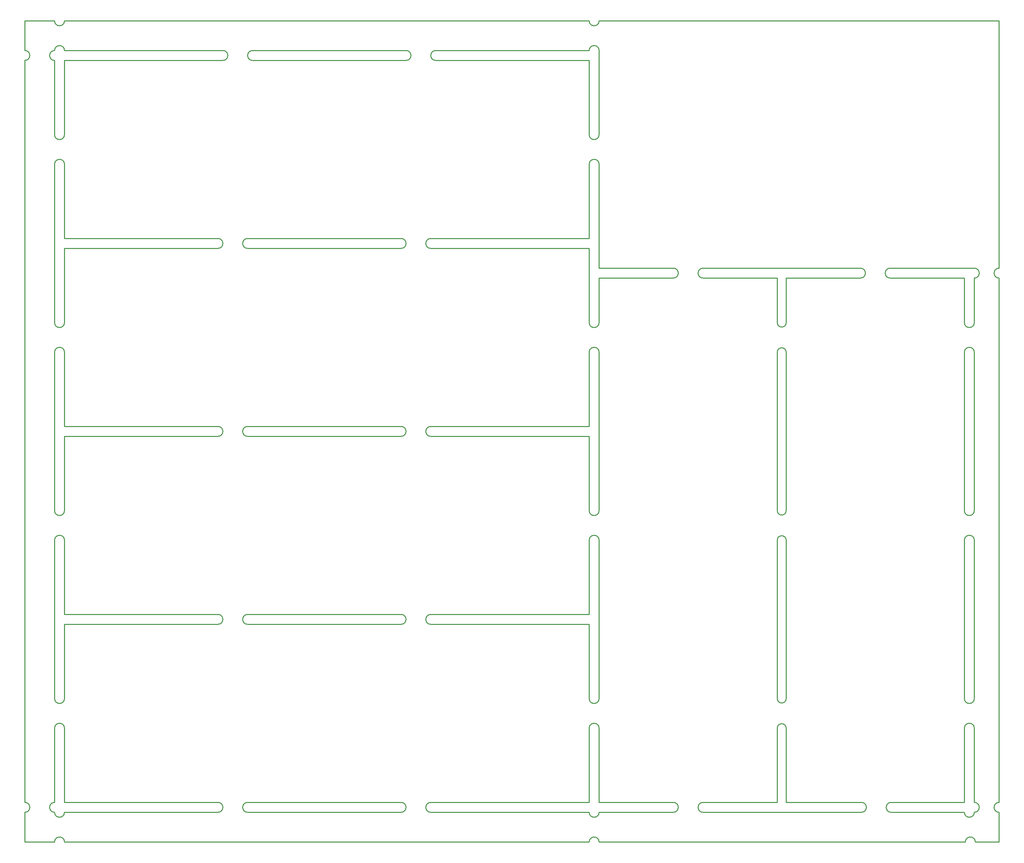
<source format=gm1>
G04*
G04 #@! TF.GenerationSoftware,Altium Limited,Altium Designer,21.8.1 (53)*
G04*
G04 Layer_Color=16711935*
%FSLAX44Y44*%
%MOMM*%
G71*
G04*
G04 #@! TF.SameCoordinates,EA1F17BB-6109-422B-8DE2-DB4FFD1B2ED1*
G04*
G04*
G04 #@! TF.FilePolarity,Positive*
G04*
G01*
G75*
%ADD12C,0.2540*%
D12*
X2435860Y76200D02*
G03*
X2435860Y101600I0J12700D01*
G01*
X2499360D02*
G03*
X2499360Y76200I0J-12700D01*
G01*
X2410460Y76200D02*
G03*
X2435860Y76200I12700J0D01*
G01*
X2219960Y1473200D02*
G03*
X2219960Y1447800I0J-12700D01*
G01*
X2143760D02*
G03*
X2143760Y1473200I0J12700D01*
G01*
X1739900D02*
G03*
X1739900Y1447800I0J-12700D01*
G01*
X1663700D02*
G03*
X1663700Y1473200I0J12700D01*
G01*
X1953260Y1257300D02*
G03*
X1930400Y1257300I-11430J0D01*
G01*
Y1333500D02*
G03*
X1953260Y1333500I11430J0D01*
G01*
Y774700D02*
G03*
X1930400Y774700I-11430J0D01*
G01*
Y850900D02*
G03*
X1953260Y850900I11430J0D01*
G01*
X1930400Y368300D02*
G03*
X1953260Y368300I11430J0D01*
G01*
X2410460D02*
G03*
X2435860Y368300I12700J0D01*
G01*
X2435860Y774700D02*
G03*
X2410460Y774700I-12700J0D01*
G01*
X2435860Y292100D02*
G03*
X2410460Y292100I-12700J0D01*
G01*
Y850900D02*
G03*
X2435860Y850900I12700J0D01*
G01*
X2435860Y1257300D02*
G03*
X2410460Y1257300I-12700J0D01*
G01*
X2410460Y1333500D02*
G03*
X2435860Y1333500I12700J0D01*
G01*
X1953260Y292100D02*
G03*
X1930400Y292100I-11430J0D01*
G01*
X2222500Y101600D02*
G03*
X2222500Y76200I0J-12700D01*
G01*
X2146300D02*
G03*
X2146300Y101600I0J12700D01*
G01*
X1739900D02*
G03*
X1739900Y76200I0J-12700D01*
G01*
X1663700D02*
G03*
X1663700Y101600I0J12700D01*
G01*
X2499360Y1473200D02*
G03*
X2499360Y1447800I0J-12700D01*
G01*
X2435860D02*
G03*
X2435860Y1473200I0J12700D01*
G01*
X0Y2006600D02*
G03*
X0Y2032000I0J12700D01*
G01*
X76200D02*
G03*
X76200Y2006600I0J-12700D01*
G01*
Y101600D02*
G03*
X76200Y76200I0J-12700D01*
G01*
X0D02*
G03*
X0Y101600I0J12700D01*
G01*
X495300Y1524000D02*
G03*
X495300Y1549400I0J12700D01*
G01*
X571500D02*
G03*
X571500Y1524000I0J-12700D01*
G01*
X965200D02*
G03*
X965200Y1549400I0J12700D01*
G01*
X1041400D02*
G03*
X1041400Y1524000I0J-12700D01*
G01*
X495300Y1041400D02*
G03*
X495300Y1066800I0J12700D01*
G01*
X571500D02*
G03*
X571500Y1041400I0J-12700D01*
G01*
X965200D02*
G03*
X965200Y1066800I0J12700D01*
G01*
X1041400D02*
G03*
X1041400Y1041400I0J-12700D01*
G01*
X495300Y558800D02*
G03*
X495300Y584200I0J12700D01*
G01*
X571500D02*
G03*
X571500Y558800I0J-12700D01*
G01*
X965200D02*
G03*
X965200Y584200I0J12700D01*
G01*
X1041400D02*
G03*
X1041400Y558800I0J-12700D01*
G01*
X1473200Y1739900D02*
G03*
X1447800Y1739900I-12700J0D01*
G01*
Y1816100D02*
G03*
X1473200Y1816100I12700J0D01*
G01*
X1447800Y2108200D02*
G03*
X1473200Y2108200I12700J0D01*
G01*
Y2032000D02*
G03*
X1447800Y2032000I-12700J0D01*
G01*
X1054100D02*
G03*
X1054100Y2006600I0J-12700D01*
G01*
X977900D02*
G03*
X977900Y2032000I0J12700D01*
G01*
X584200D02*
G03*
X584200Y2006600I0J-12700D01*
G01*
X508000D02*
G03*
X508000Y2032000I0J12700D01*
G01*
X101600Y1739900D02*
G03*
X76200Y1739900I-12700J0D01*
G01*
Y1816100D02*
G03*
X101600Y1816100I12700J0D01*
G01*
X76200Y2108200D02*
G03*
X101600Y2108200I12700J0D01*
G01*
Y2032000D02*
G03*
X76200Y2032000I-12700J0D01*
G01*
X2438400Y0D02*
G03*
X2413000Y0I-12700J0D01*
G01*
X1447800Y76200D02*
G03*
X1473200Y76200I12700J0D01*
G01*
Y0D02*
G03*
X1447800Y0I-12700J0D01*
G01*
Y1333500D02*
G03*
X1473200Y1333500I12700J0D01*
G01*
Y1257300D02*
G03*
X1447800Y1257300I-12700J0D01*
G01*
Y850900D02*
G03*
X1473200Y850900I12700J0D01*
G01*
Y292100D02*
G03*
X1447800Y292100I-12700J0D01*
G01*
X1473200Y774700D02*
G03*
X1447800Y774700I-12700J0D01*
G01*
Y368300D02*
G03*
X1473200Y368300I12700J0D01*
G01*
X1041400Y101600D02*
G03*
X1041400Y76200I0J-12700D01*
G01*
X965200D02*
G03*
X965200Y101600I0J12700D01*
G01*
X571500D02*
G03*
X571500Y76200I0J-12700D01*
G01*
X495300D02*
G03*
X495300Y101600I0J12700D01*
G01*
X101600Y0D02*
G03*
X76200Y0I-12700J0D01*
G01*
Y76200D02*
G03*
X101600Y76200I12700J0D01*
G01*
Y292100D02*
G03*
X76200Y292100I-12700J0D01*
G01*
X101600Y774700D02*
G03*
X76200Y774700I-12700J0D01*
G01*
Y368300D02*
G03*
X101600Y368300I12700J0D01*
G01*
X76200Y850900D02*
G03*
X101600Y850900I12700J0D01*
G01*
Y1257300D02*
G03*
X76200Y1257300I-12700J0D01*
G01*
Y1333500D02*
G03*
X101600Y1333500I12700J0D01*
G01*
X2435860Y101600D02*
X2435860Y292100D01*
X2499360Y2108200D02*
X2499360Y2108200D01*
X1473200Y2108200D02*
X2499360Y2108200D01*
X2219960Y1473200D02*
X2435860Y1473200D01*
X2219960Y1447800D02*
X2410460D01*
X1953260D02*
X2143760D01*
X1739900Y1473200D02*
X2143760Y1473200D01*
X1739900Y1447800D02*
X1930400D01*
X1473200D02*
X1663700D01*
X1473200Y1473200D02*
X1663700D01*
X1473200D02*
X1473200Y1739900D01*
X1953260Y368300D02*
X1953260Y774700D01*
X2499360Y101600D02*
X2499360Y1447800D01*
X2410460Y774700D02*
X2410460Y368300D01*
Y101600D02*
Y292100D01*
X2410460Y1257300D02*
X2410460Y850900D01*
Y1333500D02*
Y1447800D01*
X2435860Y368300D02*
X2435860Y774700D01*
X2435860Y850900D02*
X2435860Y1257300D01*
X2435860Y1333500D02*
Y1447800D01*
X1930400Y368300D02*
Y774700D01*
Y101600D02*
Y292100D01*
X1953260Y101600D02*
X1953260Y292100D01*
X1930400Y850900D02*
Y1257300D01*
Y1333500D02*
Y1447800D01*
X1953260Y850900D02*
X1953260Y1257300D01*
X1953260Y1333500D02*
X1953260Y1447800D01*
X2222500Y101600D02*
X2410460D01*
X1953260D02*
X2146300D01*
X2222500Y76200D02*
X2410460Y76200D01*
X1739900Y101600D02*
X1930400D01*
X1473200D02*
X1663700D01*
X1473200Y76200D02*
X1663700Y76200D01*
X1739900Y76200D02*
X2146300Y76200D01*
X2499360Y2108200D02*
X2499360Y1473200D01*
X76200Y774700D02*
X76200Y368300D01*
X101600Y0D02*
X1447800D01*
X1473200D02*
X2413000D01*
X2438400D02*
X2499360D01*
Y76200D01*
X101600Y2108200D02*
X1447800D01*
X0D02*
X76200D01*
X0Y2032000D02*
Y2108200D01*
X-0Y2006600D02*
X0Y101600D01*
Y0D02*
Y76200D01*
Y0D02*
X76200D01*
X1473200Y1333500D02*
Y1447800D01*
Y850900D02*
X1473200Y1257300D01*
X101600Y1549400D02*
X495300D01*
X101600Y1524000D02*
X495300D01*
X571500D02*
X965200D01*
X571500Y1549400D02*
X965200D01*
X1041400D02*
X1447800D01*
X1041400Y1524000D02*
X1447800D01*
X101600Y1066800D02*
X495300D01*
X101600Y1041400D02*
X495300D01*
X571500D02*
X965200D01*
X571500Y1066800D02*
X965200D01*
X1041400D02*
X1447800D01*
X1041400Y1041400D02*
X1447800D01*
X101600Y584200D02*
X495300D01*
X101600Y558800D02*
X495300D01*
X571500D02*
X965200D01*
X571500Y584200D02*
X965200D01*
X1041400D02*
X1447800D01*
X1041400Y558800D02*
X1447800D01*
X1473200Y1816100D02*
Y2032000D01*
X1447800Y1816100D02*
X1447800Y2006600D01*
X1054100D02*
X1447800D01*
X1054100Y2032000D02*
X1447800D01*
X584200D02*
X977900D01*
X584200Y2006600D02*
X977900D01*
X101600D02*
X508000D01*
X101600Y2032000D02*
X508000D01*
X101600Y1816100D02*
Y2006600D01*
X76200Y1816100D02*
X76200Y2006600D01*
X1447800Y1549400D02*
Y1739900D01*
Y1333500D02*
Y1524000D01*
Y1066800D02*
Y1257300D01*
Y850900D02*
Y1041400D01*
X1473200Y101600D02*
X1473200Y292100D01*
X1447800Y101600D02*
Y292100D01*
X1473200Y368300D02*
X1473200Y774700D01*
X1447800Y584200D02*
Y774700D01*
Y368300D02*
Y558800D01*
X1041400Y76200D02*
X1447800D01*
X1041400Y101600D02*
X1447800D01*
X571500D02*
X965200D01*
X571500Y76200D02*
X965200D01*
X101600D02*
X495300D01*
X101600Y101600D02*
X495300D01*
X76200D02*
Y292100D01*
X101600Y101600D02*
Y292100D01*
Y584200D02*
Y774700D01*
Y368300D02*
Y558800D01*
X76200Y850900D02*
X76200Y1257300D01*
X101600Y850900D02*
Y1041400D01*
Y1066800D02*
Y1257300D01*
Y1333500D02*
Y1524000D01*
X495300D01*
X101600Y1549400D02*
X495300D01*
X101600D02*
Y1739900D01*
X76200Y1333500D02*
X76200Y1739900D01*
M02*

</source>
